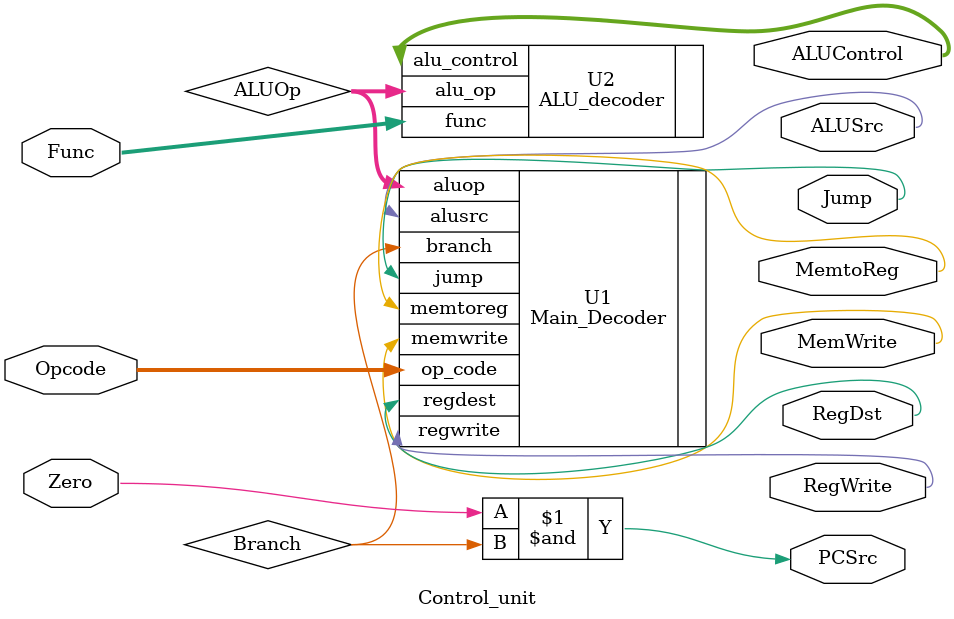
<source format=v>
module Control_unit
#(parameter SIZE = 6)
(
input [SIZE-1:0] Opcode,
input [SIZE-1:0] Func,
input Zero,
output Jump, PCSrc, MemtoReg, ALUSrc, RegDst, RegWrite, MemWrite,
output [2:0] ALUControl
);

wire Branch;
wire [1:0] ALUOp;
assign PCSrc = Zero & Branch;

Main_Decoder U1(
.op_code(Opcode),
.memtoreg(MemtoReg),
.memwrite(MemWrite),
.branch(Branch),
.alusrc(ALUSrc),
.regdest(RegDst),
.regwrite(RegWrite),
.jump(Jump),
.aluop(ALUOp)
);

ALU_decoder U2(
.func(Func),
.alu_op(ALUOp),
.alu_control(ALUControl)
);

endmodule

</source>
